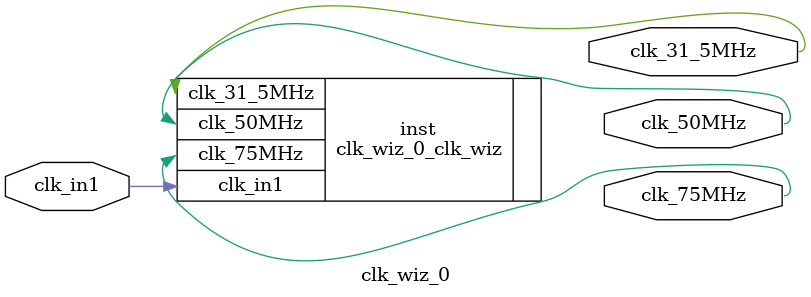
<source format=v>


`timescale 1ps/1ps

(* CORE_GENERATION_INFO = "clk_wiz_0,clk_wiz_v6_0_2_0_0,{component_name=clk_wiz_0,use_phase_alignment=true,use_min_o_jitter=false,use_max_i_jitter=false,use_dyn_phase_shift=false,use_inclk_switchover=false,use_dyn_reconfig=false,enable_axi=0,feedback_source=FDBK_AUTO,PRIMITIVE=MMCM,num_out_clk=3,clkin1_period=10.000,clkin2_period=10.000,use_power_down=false,use_reset=false,use_locked=false,use_inclk_stopped=false,feedback_type=SINGLE,CLOCK_MGR_TYPE=NA,manual_override=false}" *)

module clk_wiz_0 
 (
  // Clock out ports
  output        clk_50MHz,
  output        clk_75MHz,
  output        clk_31_5MHz,
 // Clock in ports
  input         clk_in1
 );

  clk_wiz_0_clk_wiz inst
  (
  // Clock out ports  
  .clk_50MHz(clk_50MHz),
  .clk_75MHz(clk_75MHz),
  .clk_31_5MHz(clk_31_5MHz),
 // Clock in ports
  .clk_in1(clk_in1)
  );

endmodule

</source>
